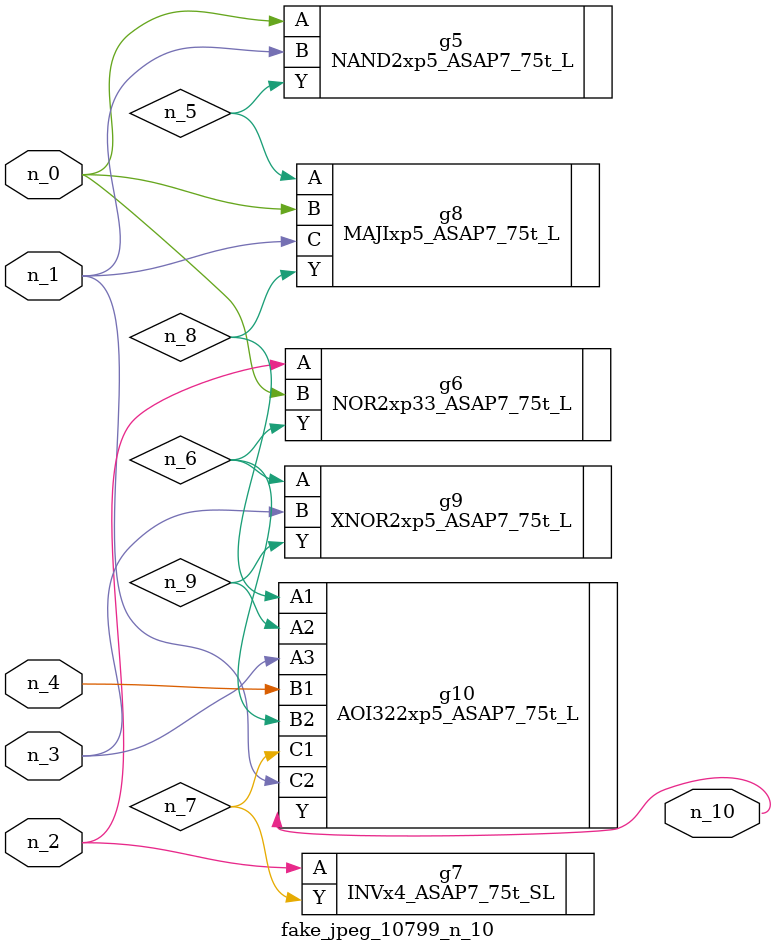
<source format=v>
module fake_jpeg_10799_n_10 (n_3, n_2, n_1, n_0, n_4, n_10);

input n_3;
input n_2;
input n_1;
input n_0;
input n_4;

output n_10;

wire n_8;
wire n_9;
wire n_6;
wire n_5;
wire n_7;

NAND2xp5_ASAP7_75t_L g5 ( 
.A(n_0),
.B(n_1),
.Y(n_5)
);

NOR2xp33_ASAP7_75t_L g6 ( 
.A(n_2),
.B(n_0),
.Y(n_6)
);

INVx4_ASAP7_75t_SL g7 ( 
.A(n_2),
.Y(n_7)
);

MAJIxp5_ASAP7_75t_L g8 ( 
.A(n_5),
.B(n_0),
.C(n_1),
.Y(n_8)
);

AOI322xp5_ASAP7_75t_L g10 ( 
.A1(n_8),
.A2(n_9),
.A3(n_3),
.B1(n_4),
.B2(n_6),
.C1(n_7),
.C2(n_1),
.Y(n_10)
);

XNOR2xp5_ASAP7_75t_L g9 ( 
.A(n_6),
.B(n_3),
.Y(n_9)
);


endmodule
</source>
